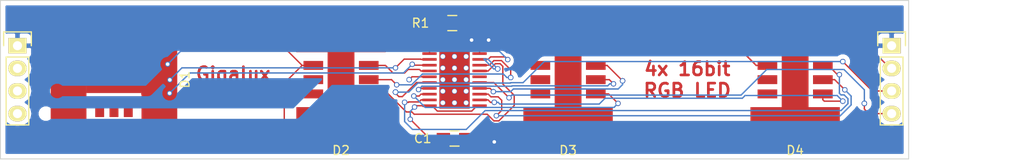
<source format=kicad_pcb>
(kicad_pcb (version 4) (host pcbnew "(2015-07-02 BZR 5871)-product")

  (general
    (links 29)
    (no_connects 28)
    (area 75.719999 82.265 194.69 102.0325)
    (thickness 1.6)
    (drawings 7)
    (tracks 262)
    (zones 0)
    (modules 9)
    (nets 20)
  )

  (page A4)
  (layers
    (0 F.Cu signal)
    (31 B.Cu signal)
    (32 B.Adhes user)
    (33 F.Adhes user)
    (34 B.Paste user)
    (35 F.Paste user)
    (36 B.SilkS user)
    (37 F.SilkS user)
    (38 B.Mask user)
    (39 F.Mask user)
    (40 Dwgs.User user)
    (41 Cmts.User user)
    (42 Eco1.User user)
    (43 Eco2.User user)
    (44 Edge.Cuts user)
    (45 Margin user)
    (46 B.CrtYd user)
    (47 F.CrtYd user)
    (48 B.Fab user)
    (49 F.Fab user)
  )

  (setup
    (last_trace_width 5)
    (user_trace_width 5)
    (trace_clearance 0.2)
    (zone_clearance 0.508)
    (zone_45_only no)
    (trace_min 0.153)
    (segment_width 0.2)
    (edge_width 0.1)
    (via_size 0.6)
    (via_drill 0.4)
    (via_min_size 0.4)
    (via_min_drill 0.3)
    (uvia_size 0.3)
    (uvia_drill 0.1)
    (uvias_allowed no)
    (uvia_min_size 0.2)
    (uvia_min_drill 0.1)
    (pcb_text_width 0.3)
    (pcb_text_size 1.5 1.5)
    (mod_edge_width 0.15)
    (mod_text_size 1 1)
    (mod_text_width 0.15)
    (pad_size 1.5 1.5)
    (pad_drill 0.6)
    (pad_to_mask_clearance 0)
    (aux_axis_origin 0 0)
    (visible_elements FFFFFF7F)
    (pcbplotparams
      (layerselection 0x00030_80000001)
      (usegerberextensions false)
      (excludeedgelayer true)
      (linewidth 0.100000)
      (plotframeref false)
      (viasonmask false)
      (mode 1)
      (useauxorigin false)
      (hpglpennumber 1)
      (hpglpenspeed 20)
      (hpglpendiameter 15)
      (hpglpenoverlay 2)
      (psnegative false)
      (psa4output false)
      (plotreference true)
      (plotvalue true)
      (plotinvisibletext false)
      (padsonsilk false)
      (subtractmaskfromsilk false)
      (outputformat 1)
      (mirror false)
      (drillshape 1)
      (scaleselection 1)
      (outputdirectory ""))
  )

  (net 0 "")
  (net 1 GND)
  (net 2 +5V)
  (net 3 G0)
  (net 4 R0)
  (net 5 B0)
  (net 6 G1)
  (net 7 R1)
  (net 8 B1)
  (net 9 G2)
  (net 10 R2)
  (net 11 B2)
  (net 12 G3)
  (net 13 R3)
  (net 14 B3)
  (net 15 "Net-(R1-Pad1)")
  (net 16 SDTI)
  (net 17 SCKO)
  (net 18 SDTO)
  (net 19 SCKI)

  (net_class Default "This is the default net class."
    (clearance 0.2)
    (trace_width 0.153)
    (via_dia 0.6)
    (via_drill 0.4)
    (uvia_dia 0.3)
    (uvia_drill 0.1)
    (add_net +5V)
    (add_net B0)
    (add_net B1)
    (add_net B2)
    (add_net B3)
    (add_net G0)
    (add_net G1)
    (add_net G2)
    (add_net G3)
    (add_net GND)
    (add_net "Net-(R1-Pad1)")
    (add_net R0)
    (add_net R1)
    (add_net R2)
    (add_net R3)
    (add_net SCKI)
    (add_net SCKO)
    (add_net SDTI)
    (add_net SDTO)
  )

  (net_class +5V ""
    (clearance 0.61)
    (trace_width 5)
    (via_dia 2.5)
    (via_drill 1)
    (uvia_dia 0.3)
    (uvia_drill 0.1)
  )

  (net_class PWR ""
    (clearance 0.61)
    (trace_width 5)
    (via_dia 0.6)
    (via_drill 0.4)
    (uvia_dia 0.3)
    (uvia_drill 0.1)
  )

  (module TLC59711 placed (layer F.Cu) (tedit 559EF011) (tstamp 559ECAF2)
    (at 127 92.71)
    (descr "20-Lead Plastic Thin Shrink Small Outline (ST)-4.4 mm Body [TSSOP] (see Microchip Packaging Specification 00000049BS.pdf)")
    (tags SSOP)
    (path /559B1AEF)
    (attr smd)
    (fp_text reference U1 (at -4.826 4.572) (layer F.SilkS) hide
      (effects (font (size 1 1) (thickness 0.15)))
    )
    (fp_text value TLC5971 (at 0.127 4.5085) (layer F.Fab)
      (effects (font (size 1 1) (thickness 0.15)))
    )
    (fp_line (start -4.064 -3.544) (end -4.064 3.556) (layer F.CrtYd) (width 0.05))
    (fp_line (start 4.064 -3.55) (end 4.064 3.55) (layer F.CrtYd) (width 0.05))
    (fp_line (start -4.064 -3.556) (end 4.064 -3.556) (layer F.CrtYd) (width 0.05))
    (fp_line (start -4.064 3.556) (end 4.064 3.556) (layer F.CrtYd) (width 0.05))
    (pad 1 smd rect (at -2.8 -2.925) (size 1.6 0.3) (layers F.Cu F.Paste F.Mask)
      (net 15 "Net-(R1-Pad1)") (solder_mask_margin 0.07))
    (pad "" smd rect (at 0 0 90) (size 6.5 3.4) (layers F.Cu F.Paste F.Mask)
      (zone_connect 1))
    (pad 2 smd rect (at 2.8 -2.925) (size 1.6 0.3) (layers F.Cu F.Paste F.Mask)
      (net 1 GND) (solder_mask_margin 0.07))
    (pad 3 smd rect (at -2.8 -2.275) (size 1.6 0.3) (layers F.Cu F.Paste F.Mask)
      (net 4 R0) (solder_mask_margin 0.07))
    (pad 4 smd rect (at 2.8 -2.275) (size 1.6 0.3) (layers F.Cu F.Paste F.Mask)
      (net 3 G0) (solder_mask_margin 0.07))
    (pad 5 smd rect (at -2.8 -1.625) (size 1.6 0.3) (layers F.Cu F.Paste F.Mask)
      (net 5 B0) (solder_mask_margin 0.07))
    (pad 6 smd rect (at 2.8 -1.625) (size 1.6 0.3) (layers F.Cu F.Paste F.Mask)
      (net 7 R1) (solder_mask_margin 0.07))
    (pad 7 smd rect (at -2.8 -0.975) (size 1.6 0.3) (layers F.Cu F.Paste F.Mask)
      (net 6 G1) (solder_mask_margin 0.07))
    (pad 8 smd rect (at 2.8 -0.975) (size 1.6 0.3) (layers F.Cu F.Paste F.Mask)
      (net 8 B1) (solder_mask_margin 0.07))
    (pad 9 smd rect (at -2.8 -0.325) (size 1.6 0.3) (layers F.Cu F.Paste F.Mask)
      (net 16 SDTI) (solder_mask_margin 0.07))
    (pad 10 smd rect (at 2.8 -0.325) (size 1.6 0.3) (layers F.Cu F.Paste F.Mask)
      (net 19 SCKI) (solder_mask_margin 0.07))
    (pad 11 smd rect (at -2.8 0.325) (size 1.6 0.3) (layers F.Cu F.Paste F.Mask)
      (net 17 SCKO) (solder_mask_margin 0.07))
    (pad 12 smd rect (at 2.8 0.325) (size 1.6 0.3) (layers F.Cu F.Paste F.Mask)
      (net 18 SDTO) (solder_mask_margin 0.07))
    (pad 13 smd rect (at -2.8 0.975) (size 1.6 0.3) (layers F.Cu F.Paste F.Mask)
      (net 10 R2) (solder_mask_margin 0.07))
    (pad 14 smd rect (at 2.8 0.975) (size 1.6 0.3) (layers F.Cu F.Paste F.Mask)
      (net 9 G2) (solder_mask_margin 0.07))
    (pad 15 smd rect (at -2.8 1.625) (size 1.6 0.3) (layers F.Cu F.Paste F.Mask)
      (net 11 B2) (solder_mask_margin 0.07))
    (pad 16 smd rect (at 2.8 1.625) (size 1.6 0.3) (layers F.Cu F.Paste F.Mask)
      (net 13 R3) (solder_mask_margin 0.07))
    (pad 17 smd rect (at -2.8 2.275) (size 1.6 0.3) (layers F.Cu F.Paste F.Mask)
      (net 12 G3) (solder_mask_margin 0.07))
    (pad 18 smd rect (at 2.8 2.275) (size 1.6 0.3) (layers F.Cu F.Paste F.Mask)
      (net 14 B3) (solder_mask_margin 0.07))
    (pad 19 smd rect (at -2.8 2.925) (size 1.6 0.3) (layers F.Cu F.Paste F.Mask)
      (net 2 +5V) (solder_mask_margin 0.07))
    (pad 20 smd rect (at 2.8 2.925) (size 1.6 0.3) (layers F.Cu F.Paste F.Mask)
      (net 2 +5V) (solder_mask_margin 0.07))
    (pad 22 smd rect (at 0 2.286) (size 3.4 1.535) (layers F.Mask))
    (pad 23 smd rect (at 0 -2.286) (size 3.4 1.535) (layers F.Mask))
    (pad 24 smd rect (at -1.33858 -0.00508) (size 0.325 3.43) (layers F.Mask))
    (pad 25 smd rect (at 1.33604 0) (size 0.325 3.43) (layers F.Mask))
    (pad "" thru_hole circle (at -1.3081 -2.6035) (size 0.6 0.6) (drill 0.5) (layers *.Cu))
    (pad "" thru_hole circle (at -0.0081 -2.6035) (size 0.6 0.6) (drill 0.5) (layers *.Cu))
    (pad "" thru_hole circle (at 1.2919 -2.6035) (size 0.6 0.6) (drill 0.5) (layers *.Cu))
    (pad "" thru_hole circle (at -1.3081 -1.3035) (size 0.6 0.6) (drill 0.5) (layers *.Cu))
    (pad "" thru_hole circle (at -0.0081 -1.3035) (size 0.6 0.6) (drill 0.5) (layers *.Cu))
    (pad "" thru_hole circle (at 1.2919 -1.3035) (size 0.6 0.6) (drill 0.5) (layers *.Cu))
    (pad "" thru_hole circle (at -1.3081 -0.0035) (size 0.6 0.6) (drill 0.5) (layers *.Cu))
    (pad "" thru_hole circle (at -0.0081 -0.0035) (size 0.6 0.6) (drill 0.5) (layers *.Cu))
    (pad "" thru_hole circle (at 1.2919 -0.0035) (size 0.6 0.6) (drill 0.5) (layers *.Cu))
    (pad "" thru_hole circle (at -1.3081 1.2965) (size 0.6 0.6) (drill 0.5) (layers *.Cu))
    (pad "" thru_hole circle (at -0.0081 1.2965) (size 0.6 0.6) (drill 0.5) (layers *.Cu))
    (pad "" thru_hole circle (at 1.2919 1.2965) (size 0.6 0.6) (drill 0.5) (layers *.Cu))
    (pad "" thru_hole circle (at -1.3081 2.5965) (size 0.6 0.6) (drill 0.5) (layers *.Cu))
    (pad "" thru_hole circle (at -0.0081 2.5965) (size 0.6 0.6) (drill 0.5) (layers *.Cu))
    (pad "" thru_hole circle (at 1.2919 2.5965) (size 0.6 0.6) (drill 0.5) (layers *.Cu))
    (model Housings_SSOP.3dshapes/TSSOP-20_4.4x6.5mm_Pitch0.65mm.wrl
      (at (xyz 0 0 0))
      (scale (xyz 1 1 1))
      (rotate (xyz 0 0 0))
    )
  )

  (module Pin_Headers:Pin_Header_Straight_1x04 (layer F.Cu) (tedit 559EED51) (tstamp 559EDE40)
    (at 175.895 88.9)
    (descr "Through hole pin header")
    (tags "pin header")
    (path /559ED7D7)
    (fp_text reference P2 (at 0 -5.1) (layer F.SilkS) hide
      (effects (font (size 1 1) (thickness 0.15)))
    )
    (fp_text value OUT (at 0 -3.1) (layer F.Fab)
      (effects (font (size 1 1) (thickness 0.15)))
    )
    (fp_line (start -1.75 -1.75) (end -1.75 9.4) (layer F.CrtYd) (width 0.05))
    (fp_line (start 1.75 -1.75) (end 1.75 9.4) (layer F.CrtYd) (width 0.05))
    (fp_line (start -1.75 -1.75) (end 1.75 -1.75) (layer F.CrtYd) (width 0.05))
    (fp_line (start -1.75 9.4) (end 1.75 9.4) (layer F.CrtYd) (width 0.05))
    (fp_line (start -1.27 1.27) (end -1.27 8.89) (layer F.SilkS) (width 0.15))
    (fp_line (start 1.27 1.27) (end 1.27 8.89) (layer F.SilkS) (width 0.15))
    (fp_line (start 1.55 -1.55) (end 1.55 0) (layer F.SilkS) (width 0.15))
    (fp_line (start -1.27 8.89) (end 1.27 8.89) (layer F.SilkS) (width 0.15))
    (fp_line (start 1.27 1.27) (end -1.27 1.27) (layer F.SilkS) (width 0.15))
    (fp_line (start -1.55 0) (end -1.55 -1.55) (layer F.SilkS) (width 0.15))
    (fp_line (start -1.55 -1.55) (end 1.55 -1.55) (layer F.SilkS) (width 0.15))
    (pad 1 thru_hole rect (at 0 0) (size 2.032 1.7272) (drill 1.016) (layers *.Cu *.Mask F.SilkS)
      (net 1 GND))
    (pad 2 thru_hole oval (at 0 2.54) (size 2.032 1.7272) (drill 1.016) (layers *.Cu *.Mask F.SilkS)
      (net 2 +5V))
    (pad 3 thru_hole oval (at 0 5.08) (size 2.032 1.7272) (drill 1.016) (layers *.Cu *.Mask F.SilkS)
      (net 17 SCKO))
    (pad 4 thru_hole oval (at 0 7.62) (size 2.032 1.7272) (drill 1.016) (layers *.Cu *.Mask F.SilkS)
      (net 18 SDTO))
    (model Pin_Headers.3dshapes/Pin_Header_Straight_1x04.wrl
      (at (xyz 0 -0.15 0))
      (scale (xyz 1 1 1))
      (rotate (xyz 0 0 90))
    )
  )

  (module Capacitors_SMD:C_0805_HandSoldering placed (layer F.Cu) (tedit 559EEDC0) (tstamp 559ECA9B)
    (at 127 99.314 180)
    (descr "Capacitor SMD 0805, hand soldering")
    (tags "capacitor 0805")
    (path /559C354A)
    (attr smd)
    (fp_text reference C1 (at 3.556 0 180) (layer F.SilkS)
      (effects (font (size 1 1) (thickness 0.15)))
    )
    (fp_text value C (at -5.334 0 180) (layer F.Fab) hide
      (effects (font (size 1 1) (thickness 0.15)))
    )
    (fp_line (start -2.3 -1) (end 2.3 -1) (layer F.CrtYd) (width 0.05))
    (fp_line (start -2.3 1) (end 2.3 1) (layer F.CrtYd) (width 0.05))
    (fp_line (start -2.3 -1) (end -2.3 1) (layer F.CrtYd) (width 0.05))
    (fp_line (start 2.3 -1) (end 2.3 1) (layer F.CrtYd) (width 0.05))
    (fp_line (start 0.5 -0.85) (end -0.5 -0.85) (layer F.SilkS) (width 0.15))
    (fp_line (start -0.5 0.85) (end 0.5 0.85) (layer F.SilkS) (width 0.15))
    (pad 1 smd rect (at -1.25 0 180) (size 1.5 1.25) (layers F.Cu F.Paste F.Mask)
      (net 1 GND))
    (pad 2 smd rect (at 1.25 0 180) (size 1.5 1.25) (layers F.Cu F.Paste F.Mask)
      (net 2 +5V))
    (model Capacitors_SMD.3dshapes/C_0805_HandSoldering.wrl
      (at (xyz 0 0 0))
      (scale (xyz 1 1 1))
      (rotate (xyz 0 0 0))
    )
  )

  (module Capacitors_SMD:C_0805_HandSoldering placed (layer F.Cu) (tedit 559EEDBD) (tstamp 559ECAD5)
    (at 126.746 86.36)
    (descr "Capacitor SMD 0805, hand soldering")
    (tags "capacitor 0805")
    (path /559B709F)
    (attr smd)
    (fp_text reference R1 (at -3.556 0) (layer F.SilkS)
      (effects (font (size 1 1) (thickness 0.15)))
    )
    (fp_text value Resistor (at 0.508 2.032) (layer F.Fab) hide
      (effects (font (size 1 1) (thickness 0.15)))
    )
    (fp_line (start -2.3 -1) (end 2.3 -1) (layer F.CrtYd) (width 0.05))
    (fp_line (start -2.3 1) (end 2.3 1) (layer F.CrtYd) (width 0.05))
    (fp_line (start -2.3 -1) (end -2.3 1) (layer F.CrtYd) (width 0.05))
    (fp_line (start 2.3 -1) (end 2.3 1) (layer F.CrtYd) (width 0.05))
    (fp_line (start 0.5 -0.85) (end -0.5 -0.85) (layer F.SilkS) (width 0.15))
    (fp_line (start -0.5 0.85) (end 0.5 0.85) (layer F.SilkS) (width 0.15))
    (pad 1 smd rect (at -1.25 0) (size 1.5 1.25) (layers F.Cu F.Paste F.Mask)
      (net 15 "Net-(R1-Pad1)"))
    (pad 2 smd rect (at 1.25 0) (size 1.5 1.25) (layers F.Cu F.Paste F.Mask)
      (net 1 GND))
    (model Capacitors_SMD.3dshapes/C_0805_HandSoldering.wrl
      (at (xyz 0 0 0))
      (scale (xyz 1 1 1))
      (rotate (xyz 0 0 0))
    )
  )

  (module Zetaohm:AAAF5051-04 placed (layer F.Cu) (tedit 559ED518) (tstamp 559EDAE2)
    (at 88.9 92.71 90)
    (path /559B606A)
    (fp_text reference D1 (at 0 7.9375 90) (layer F.SilkS)
      (effects (font (size 1 1) (thickness 0.15)))
    )
    (fp_text value AAAF5051-04 (at 0.0635 -7.8105 90) (layer F.Fab)
      (effects (font (size 1 1) (thickness 0.15)))
    )
    (pad 4 smd rect (at -3.0988 -1.6002 90) (size 2.2 1) (layers F.Cu F.Paste F.Mask)
      (net 2 +5V))
    (pad 3 smd rect (at 3.1012 -1.6002 90) (size 2.2 1) (layers F.Cu F.Paste F.Mask)
      (net 3 G0))
    (pad 5 smd rect (at -3.0988 -0.0002 90) (size 2.2 1) (layers F.Cu F.Paste F.Mask))
    (pad 2 smd rect (at 3.1012 -0.0002 90) (size 2.2 1) (layers F.Cu F.Paste F.Mask)
      (net 4 R0))
    (pad 6 smd rect (at -3.0988 1.5998 90) (size 2.2 1) (layers F.Cu F.Paste F.Mask))
    (pad 1 smd rect (at 3.1012 1.5998 90) (size 2.2 1) (layers F.Cu F.Paste F.Mask)
      (net 5 B0))
    (pad "" smd rect (at 0 0 90) (size 3 6.2) (layers F.Cu F.Paste)
      (zone_connect 1))
    (pad "" smd rect (at 0 -5.08 180) (size 4 10) (layers F.Cu F.Paste)
      (zone_connect 1))
    (pad "" smd rect (at 0 5.08 180) (size 4 10) (layers F.Cu F.Paste)
      (zone_connect 1))
    (pad "" smd rect (at 0 -5.08 90) (size 10 4) (layers F.Mask))
    (pad "" smd rect (at 0 5.08 90) (size 10 4) (layers F.Mask))
    (pad "" smd rect (at 0 -2.54 90) (size 3 1) (layers F.Mask)
      (solder_mask_margin 0.05))
    (pad "" smd rect (at 0 2.54 90) (size 3 1) (layers F.Mask)
      (solder_mask_margin 0.05))
  )

  (module Zetaohm:AAAF5051-04 placed (layer F.Cu) (tedit 559ED518) (tstamp 559EDB15)
    (at 165.1 92.71)
    (path /559B81FF)
    (fp_text reference D4 (at 0 7.9375) (layer F.SilkS)
      (effects (font (size 1 1) (thickness 0.15)))
    )
    (fp_text value AAAF5051-04 (at 0.0635 -7.8105) (layer F.Fab)
      (effects (font (size 1 1) (thickness 0.15)))
    )
    (pad 4 smd rect (at -3.0988 -1.6002) (size 2.2 1) (layers F.Cu F.Paste F.Mask)
      (net 2 +5V))
    (pad 3 smd rect (at 3.1012 -1.6002) (size 2.2 1) (layers F.Cu F.Paste F.Mask)
      (net 12 G3))
    (pad 5 smd rect (at -3.0988 -0.0002) (size 2.2 1) (layers F.Cu F.Paste F.Mask))
    (pad 2 smd rect (at 3.1012 -0.0002) (size 2.2 1) (layers F.Cu F.Paste F.Mask)
      (net 13 R3))
    (pad 6 smd rect (at -3.0988 1.5998) (size 2.2 1) (layers F.Cu F.Paste F.Mask))
    (pad 1 smd rect (at 3.1012 1.5998) (size 2.2 1) (layers F.Cu F.Paste F.Mask)
      (net 14 B3))
    (pad "" smd rect (at 0 0) (size 3 6.2) (layers F.Cu F.Paste)
      (zone_connect 1))
    (pad "" smd rect (at 0 -5.08 90) (size 4 10) (layers F.Cu F.Paste)
      (zone_connect 1))
    (pad "" smd rect (at 0 5.08 90) (size 4 10) (layers F.Cu F.Paste)
      (zone_connect 1))
    (pad "" smd rect (at 0 -5.08) (size 10 4) (layers F.Mask))
    (pad "" smd rect (at 0 5.08) (size 10 4) (layers F.Mask))
    (pad "" smd rect (at 0 -2.54) (size 3 1) (layers F.Mask)
      (solder_mask_margin 0.05))
    (pad "" smd rect (at 0 2.54) (size 3 1) (layers F.Mask)
      (solder_mask_margin 0.05))
  )

  (module Zetaohm:AAAF5051-04 placed (layer F.Cu) (tedit 559ED518) (tstamp 559EDAF3)
    (at 114.3 92.71)
    (path /559B812F)
    (fp_text reference D2 (at 0 7.9375) (layer F.SilkS)
      (effects (font (size 1 1) (thickness 0.15)))
    )
    (fp_text value AAAF5051-04 (at 0.0635 -7.8105) (layer F.Fab)
      (effects (font (size 1 1) (thickness 0.15)))
    )
    (pad 4 smd rect (at -3.0988 -1.6002) (size 2.2 1) (layers F.Cu F.Paste F.Mask)
      (net 2 +5V))
    (pad 3 smd rect (at 3.1012 -1.6002) (size 2.2 1) (layers F.Cu F.Paste F.Mask)
      (net 6 G1))
    (pad 5 smd rect (at -3.0988 -0.0002) (size 2.2 1) (layers F.Cu F.Paste F.Mask))
    (pad 2 smd rect (at 3.1012 -0.0002) (size 2.2 1) (layers F.Cu F.Paste F.Mask)
      (net 7 R1))
    (pad 6 smd rect (at -3.0988 1.5998) (size 2.2 1) (layers F.Cu F.Paste F.Mask))
    (pad 1 smd rect (at 3.1012 1.5998) (size 2.2 1) (layers F.Cu F.Paste F.Mask)
      (net 8 B1))
    (pad "" smd rect (at 0 0) (size 3 6.2) (layers F.Cu F.Paste)
      (zone_connect 1))
    (pad "" smd rect (at 0 -5.08 90) (size 4 10) (layers F.Cu F.Paste)
      (zone_connect 1))
    (pad "" smd rect (at 0 5.08 90) (size 4 10) (layers F.Cu F.Paste)
      (zone_connect 1))
    (pad "" smd rect (at 0 -5.08) (size 10 4) (layers F.Mask))
    (pad "" smd rect (at 0 5.08) (size 10 4) (layers F.Mask))
    (pad "" smd rect (at 0 -2.54) (size 3 1) (layers F.Mask)
      (solder_mask_margin 0.05))
    (pad "" smd rect (at 0 2.54) (size 3 1) (layers F.Mask)
      (solder_mask_margin 0.05))
  )

  (module Zetaohm:AAAF5051-04 placed (layer F.Cu) (tedit 559ED518) (tstamp 559EDB04)
    (at 139.7 92.71)
    (path /559B81DD)
    (fp_text reference D3 (at 0 7.9375) (layer F.SilkS)
      (effects (font (size 1 1) (thickness 0.15)))
    )
    (fp_text value AAAF5051-04 (at 0.0635 -7.8105) (layer F.Fab)
      (effects (font (size 1 1) (thickness 0.15)))
    )
    (pad 4 smd rect (at -3.0988 -1.6002) (size 2.2 1) (layers F.Cu F.Paste F.Mask)
      (net 2 +5V))
    (pad 3 smd rect (at 3.1012 -1.6002) (size 2.2 1) (layers F.Cu F.Paste F.Mask)
      (net 9 G2))
    (pad 5 smd rect (at -3.0988 -0.0002) (size 2.2 1) (layers F.Cu F.Paste F.Mask))
    (pad 2 smd rect (at 3.1012 -0.0002) (size 2.2 1) (layers F.Cu F.Paste F.Mask)
      (net 10 R2))
    (pad 6 smd rect (at -3.0988 1.5998) (size 2.2 1) (layers F.Cu F.Paste F.Mask))
    (pad 1 smd rect (at 3.1012 1.5998) (size 2.2 1) (layers F.Cu F.Paste F.Mask)
      (net 11 B2))
    (pad "" smd rect (at 0 0) (size 3 6.2) (layers F.Cu F.Paste)
      (zone_connect 1))
    (pad "" smd rect (at 0 -5.08 90) (size 4 10) (layers F.Cu F.Paste)
      (zone_connect 1))
    (pad "" smd rect (at 0 5.08 90) (size 4 10) (layers F.Cu F.Paste)
      (zone_connect 1))
    (pad "" smd rect (at 0 -5.08) (size 10 4) (layers F.Mask))
    (pad "" smd rect (at 0 5.08) (size 10 4) (layers F.Mask))
    (pad "" smd rect (at 0 -2.54) (size 3 1) (layers F.Mask)
      (solder_mask_margin 0.05))
    (pad "" smd rect (at 0 2.54) (size 3 1) (layers F.Mask)
      (solder_mask_margin 0.05))
  )

  (module Pin_Headers:Pin_Header_Straight_1x04 (layer F.Cu) (tedit 559EED57) (tstamp 559EDE38)
    (at 78.105 88.9)
    (descr "Through hole pin header")
    (tags "pin header")
    (path /559EEDE5)
    (fp_text reference P1 (at 0 -5.1) (layer F.SilkS) hide
      (effects (font (size 1 1) (thickness 0.15)))
    )
    (fp_text value IN (at 0 -2.54) (layer F.Fab)
      (effects (font (size 1 1) (thickness 0.15)))
    )
    (fp_line (start -1.75 -1.75) (end -1.75 9.4) (layer F.CrtYd) (width 0.05))
    (fp_line (start 1.75 -1.75) (end 1.75 9.4) (layer F.CrtYd) (width 0.05))
    (fp_line (start -1.75 -1.75) (end 1.75 -1.75) (layer F.CrtYd) (width 0.05))
    (fp_line (start -1.75 9.4) (end 1.75 9.4) (layer F.CrtYd) (width 0.05))
    (fp_line (start -1.27 1.27) (end -1.27 8.89) (layer F.SilkS) (width 0.15))
    (fp_line (start 1.27 1.27) (end 1.27 8.89) (layer F.SilkS) (width 0.15))
    (fp_line (start 1.55 -1.55) (end 1.55 0) (layer F.SilkS) (width 0.15))
    (fp_line (start -1.27 8.89) (end 1.27 8.89) (layer F.SilkS) (width 0.15))
    (fp_line (start 1.27 1.27) (end -1.27 1.27) (layer F.SilkS) (width 0.15))
    (fp_line (start -1.55 0) (end -1.55 -1.55) (layer F.SilkS) (width 0.15))
    (fp_line (start -1.55 -1.55) (end 1.55 -1.55) (layer F.SilkS) (width 0.15))
    (pad 1 thru_hole rect (at 0 0) (size 2.032 1.7272) (drill 1.016) (layers *.Cu *.Mask F.SilkS)
      (net 1 GND))
    (pad 2 thru_hole oval (at 0 2.54) (size 2.032 1.7272) (drill 1.016) (layers *.Cu *.Mask F.SilkS)
      (net 2 +5V))
    (pad 3 thru_hole oval (at 0 5.08) (size 2.032 1.7272) (drill 1.016) (layers *.Cu *.Mask F.SilkS)
      (net 19 SCKI))
    (pad 4 thru_hole oval (at 0 7.62) (size 2.032 1.7272) (drill 1.016) (layers *.Cu *.Mask F.SilkS)
      (net 16 SDTI))
    (model Pin_Headers.3dshapes/Pin_Header_Straight_1x04.wrl
      (at (xyz 0 -0.15 0))
      (scale (xyz 1 1 1))
      (rotate (xyz 0 0 90))
    )
  )

  (dimension 17.145 (width 0.3) (layer B.Paste)
    (gr_text "17.145 mm" (at 188.04 93.0275 270) (layer B.Paste)
      (effects (font (size 1.5 1.5) (thickness 0.3)))
    )
    (feature1 (pts (xy 177.8 101.6) (xy 189.39 101.6)))
    (feature2 (pts (xy 177.8 84.455) (xy 189.39 84.455)))
    (crossbar (pts (xy 186.69 84.455) (xy 186.69 101.6)))
    (arrow1a (pts (xy 186.69 101.6) (xy 186.103579 100.473496)))
    (arrow1b (pts (xy 186.69 101.6) (xy 187.276421 100.473496)))
    (arrow2a (pts (xy 186.69 84.455) (xy 186.103579 85.581504)))
    (arrow2b (pts (xy 186.69 84.455) (xy 187.276421 85.581504)))
  )
  (gr_text "4x 16bit\nRGB LED" (at 153.035 92.71) (layer F.Cu)
    (effects (font (size 1.5 1.5) (thickness 0.3)))
  )
  (gr_text "Gigalux\n" (at 102.235 92.075) (layer F.Cu)
    (effects (font (size 1.5 1.5) (thickness 0.3)))
  )
  (gr_line (start 76.2 83.82) (end 76.2 101.6) (angle 90) (layer Edge.Cuts) (width 0.1) (tstamp 559ECC5A))
  (gr_line (start 76.2 101.6) (end 177.8 101.6) (angle 90) (layer Edge.Cuts) (width 0.1) (tstamp 559ECC4D))
  (gr_line (start 177.8 83.82) (end 177.8 101.6) (angle 90) (layer Edge.Cuts) (width 0.1))
  (gr_line (start 76.2 83.82) (end 177.8 83.82) (angle 90) (layer Edge.Cuts) (width 0.1))

  (segment (start 131.826 91.498476) (end 131.826 91.498474) (width 0.153) (layer F.Cu) (net 0))
  (segment (start 130.734751 90.407223) (end 131.826 91.498472) (width 0.153) (layer B.Cu) (net 0))
  (segment (start 130.285223 90.407223) (end 131.376476 91.498476) (width 0.153) (layer B.Cu) (net 0))
  (via (at 131.826 91.498474) (size 0.6) (drill 0.4) (layers F.Cu B.Cu) (net 0))
  (segment (start 131.376476 91.498476) (end 131.826 91.498476) (width 0.153) (layer B.Cu) (net 0))
  (segment (start 130.285223 90.407223) (end 130.734751 90.407223) (width 0.153) (layer B.Cu) (net 0))
  (segment (start 131.826 91.498474) (end 131.826 91.498472) (width 0.153) (layer F.Cu) (net 0))
  (via (at 131.826 91.498472) (size 0.6) (drill 0.4) (layers F.Cu B.Cu) (net 0))
  (via (at 131.826 91.498476) (size 0.6) (drill 0.4) (layers F.Cu B.Cu) (net 0))
  (segment (start 128.25 99.314) (end 131.064 99.314) (width 0.153) (layer F.Cu) (net 1) (status 10))
  (segment (start 131.064 99.314) (end 131.445 99.695) (width 0.153) (layer F.Cu) (net 1))
  (via (at 131.445 99.695) (size 0.6) (drill 0.4) (layers F.Cu B.Cu) (net 1))
  (segment (start 127.996 86.36) (end 127.996 87.356) (width 0.153) (layer F.Cu) (net 1) (status 10))
  (segment (start 127.996 87.356) (end 128.905 88.265) (width 0.153) (layer F.Cu) (net 1))
  (via (at 128.905 88.265) (size 0.6) (drill 0.4) (layers F.Cu B.Cu) (net 1))
  (segment (start 129.8 89.785) (end 129.8 89.275) (width 0.153) (layer F.Cu) (net 1) (status 10))
  (segment (start 129.8 89.275) (end 130.81 88.265) (width 0.153) (layer F.Cu) (net 1))
  (via (at 130.81 88.265) (size 0.6) (drill 0.4) (layers F.Cu B.Cu) (net 1))
  (segment (start 160.7482 91.1098) (end 158.496 88.8576) (width 0.153) (layer F.Cu) (net 2))
  (segment (start 158.496 88.8576) (end 158.496 86.736298) (width 0.153) (layer F.Cu) (net 2))
  (segment (start 158.496 86.736298) (end 159.878799 85.353499) (width 0.153) (layer F.Cu) (net 2))
  (segment (start 159.878799 85.353499) (end 170.321201 85.353499) (width 0.153) (layer F.Cu) (net 2))
  (segment (start 170.321201 85.353499) (end 172.085 87.117298) (width 0.153) (layer F.Cu) (net 2))
  (segment (start 172.085 87.117298) (end 172.085 87.7824) (width 0.153) (layer F.Cu) (net 2))
  (segment (start 172.085 87.7824) (end 175.7426 91.44) (width 0.153) (layer F.Cu) (net 2) (status 20))
  (segment (start 175.7426 91.44) (end 175.895 91.44) (width 0.153) (layer F.Cu) (net 2) (status 30))
  (segment (start 175.7426 91.694) (end 175.895 91.694) (width 0.153) (layer F.Cu) (net 2) (status 30))
  (segment (start 122.047 96.262727) (end 122.524708 95.785019) (width 0.153) (layer B.Cu) (net 2))
  (segment (start 124.2 95.635) (end 122.674727 95.635) (width 0.153) (layer F.Cu) (net 2) (status 10))
  (segment (start 122.047 97.155) (end 122.047 96.262727) (width 0.153) (layer B.Cu) (net 2))
  (via (at 122.524708 95.785019) (size 0.6) (drill 0.4) (layers F.Cu B.Cu) (net 2))
  (segment (start 122.674727 95.635) (end 122.524708 95.785019) (width 0.153) (layer F.Cu) (net 2))
  (segment (start 109.9482 91.1098) (end 107.95 93.108) (width 0.153) (layer F.Cu) (net 2))
  (segment (start 107.95 93.108) (end 107.95 98.937702) (width 0.153) (layer F.Cu) (net 2))
  (segment (start 107.95 98.937702) (end 109.078799 100.066501) (width 0.153) (layer F.Cu) (net 2))
  (segment (start 109.078799 100.066501) (end 124.094499 100.066501) (width 0.153) (layer F.Cu) (net 2))
  (segment (start 124.094499 100.066501) (end 124.847 99.314) (width 0.153) (layer F.Cu) (net 2))
  (segment (start 124.847 99.314) (end 125.75 99.314) (width 0.153) (layer F.Cu) (net 2) (status 20))
  (segment (start 111.2012 91.1098) (end 109.9482 91.1098) (width 0.153) (layer F.Cu) (net 2) (status 10))
  (segment (start 125.078799 96.236501) (end 124.477298 95.635) (width 0.153) (layer F.Cu) (net 2) (status 20))
  (segment (start 129.522702 95.635) (end 128.921201 96.236501) (width 0.153) (layer F.Cu) (net 2) (status 10))
  (segment (start 129.8 95.635) (end 129.522702 95.635) (width 0.153) (layer F.Cu) (net 2) (status 30))
  (segment (start 128.921201 96.236501) (end 125.078799 96.236501) (width 0.153) (layer F.Cu) (net 2))
  (segment (start 124.477298 95.635) (end 124.2 95.635) (width 0.153) (layer F.Cu) (net 2) (status 30))
  (segment (start 125.75 99.314) (end 124.206 99.314) (width 0.153) (layer F.Cu) (net 2) (status 10))
  (segment (start 124.206 99.314) (end 122.047 97.155) (width 0.153) (layer F.Cu) (net 2))
  (via (at 122.047 97.155) (size 0.6) (drill 0.4) (layers F.Cu B.Cu) (net 2))
  (segment (start 135.3482 91.1098) (end 133.223 88.9846) (width 0.153) (layer F.Cu) (net 2))
  (segment (start 133.223 88.9846) (end 133.223 86.609298) (width 0.153) (layer F.Cu) (net 2))
  (segment (start 133.223 86.609298) (end 134.478799 85.353499) (width 0.153) (layer F.Cu) (net 2))
  (segment (start 134.478799 85.353499) (end 154.991899 85.353499) (width 0.153) (layer F.Cu) (net 2))
  (segment (start 154.991899 85.353499) (end 160.7482 91.1098) (width 0.153) (layer F.Cu) (net 2))
  (segment (start 109.9482 91.1098) (end 107.95 89.1116) (width 0.153) (layer F.Cu) (net 2))
  (segment (start 129.591899 85.353499) (end 135.3482 91.1098) (width 0.153) (layer F.Cu) (net 2))
  (segment (start 107.95 89.1116) (end 107.95 86.482298) (width 0.153) (layer F.Cu) (net 2))
  (segment (start 107.95 86.482298) (end 109.078799 85.353499) (width 0.153) (layer F.Cu) (net 2))
  (segment (start 109.078799 85.353499) (end 129.591899 85.353499) (width 0.153) (layer F.Cu) (net 2))
  (segment (start 136.6012 91.1098) (end 135.3482 91.1098) (width 0.153) (layer F.Cu) (net 2) (status 10))
  (segment (start 160.7482 91.1098) (end 162.0012 91.1098) (width 0.153) (layer F.Cu) (net 2) (status 20))
  (segment (start 78.2574 91.44) (end 78.105 91.44) (width 0.153) (layer F.Cu) (net 2) (status 30))
  (segment (start 94.903925 90.970753) (end 96.344679 89.529999) (width 0.153) (layer B.Cu) (net 3))
  (segment (start 96.344679 89.529999) (end 132.025294 89.529999) (width 0.153) (layer B.Cu) (net 3))
  (segment (start 132.025294 89.529999) (end 132.949252 90.453957) (width 0.153) (layer B.Cu) (net 3))
  (segment (start 131.034042 90.153958) (end 132.649253 90.153958) (width 0.153) (layer F.Cu) (net 3))
  (segment (start 132.649253 90.153958) (end 132.949252 90.453957) (width 0.153) (layer F.Cu) (net 3))
  (segment (start 130.753 90.435) (end 131.034042 90.153958) (width 0.153) (layer F.Cu) (net 3))
  (via (at 132.949252 90.453957) (size 0.6) (drill 0.4) (layers F.Cu B.Cu) (net 3))
  (segment (start 129.8 90.435) (end 130.753 90.435) (width 0.153) (layer F.Cu) (net 3) (status 10))
  (segment (start 94.764878 91.1098) (end 94.903925 90.970753) (width 0.153) (layer F.Cu) (net 3))
  (segment (start 92.0012 91.1098) (end 94.764878 91.1098) (width 0.153) (layer F.Cu) (net 3) (status 10))
  (via (at 94.903925 90.970753) (size 0.6) (drill 0.4) (layers F.Cu B.Cu) (net 3))
  (segment (start 121.366472 90.407223) (end 120.392173 91.381522) (width 0.153) (layer F.Cu) (net 4))
  (segment (start 124.2 90.435) (end 123.247 90.435) (width 0.153) (layer F.Cu) (net 4) (status 10))
  (segment (start 123.219223 90.407223) (end 121.366472 90.407223) (width 0.153) (layer F.Cu) (net 4))
  (segment (start 123.247 90.435) (end 123.219223 90.407223) (width 0.153) (layer F.Cu) (net 4))
  (segment (start 96.5048 91.381522) (end 95.149661 92.736661) (width 0.153) (layer B.Cu) (net 4))
  (segment (start 120.392173 91.381522) (end 96.5048 91.381522) (width 0.153) (layer B.Cu) (net 4))
  (segment (start 95.1228 92.7098) (end 95.149661 92.736661) (width 0.153) (layer F.Cu) (net 4))
  (via (at 95.149661 92.736661) (size 0.6) (drill 0.4) (layers F.Cu B.Cu) (net 4))
  (segment (start 92.0012 92.7098) (end 95.1228 92.7098) (width 0.153) (layer F.Cu) (net 4) (status 10))
  (via (at 120.392173 91.381522) (size 0.6) (drill 0.4) (layers F.Cu B.Cu) (net 4))
  (segment (start 124.2 91.085) (end 122.367072 91.085) (width 0.153) (layer F.Cu) (net 5) (status 10))
  (segment (start 122.367072 91.085) (end 122.265796 90.983724) (width 0.153) (layer F.Cu) (net 5))
  (segment (start 121.291497 91.958023) (end 122.265796 90.983724) (width 0.153) (layer B.Cu) (net 5))
  (segment (start 97.398977 91.958023) (end 121.291497 91.958023) (width 0.153) (layer B.Cu) (net 5))
  (segment (start 95.123 94.234) (end 97.398977 91.958023) (width 0.153) (layer B.Cu) (net 5))
  (via (at 122.265796 90.983724) (size 0.6) (drill 0.4) (layers F.Cu B.Cu) (net 5))
  (segment (start 92.0012 94.3098) (end 95.0472 94.3098) (width 0.153) (layer F.Cu) (net 5) (status 10))
  (segment (start 95.0472 94.3098) (end 95.123 94.234) (width 0.153) (layer F.Cu) (net 5))
  (via (at 95.123 94.234) (size 0.6) (drill 0.4) (layers F.Cu B.Cu) (net 5))
  (segment (start 121.810044 91.560244) (end 123.072244 91.560244) (width 0.153) (layer F.Cu) (net 6))
  (segment (start 123.247 91.735) (end 124.2 91.735) (width 0.153) (layer F.Cu) (net 6) (status 20))
  (segment (start 119.267229 91.1098) (end 120.115452 91.958023) (width 0.153) (layer F.Cu) (net 6))
  (segment (start 117.4012 91.1098) (end 119.267229 91.1098) (width 0.153) (layer F.Cu) (net 6) (status 10))
  (segment (start 121.412265 91.958023) (end 121.810044 91.560244) (width 0.153) (layer F.Cu) (net 6))
  (segment (start 123.072244 91.560244) (end 123.247 91.735) (width 0.153) (layer F.Cu) (net 6))
  (segment (start 120.115452 91.958023) (end 121.412265 91.958023) (width 0.153) (layer F.Cu) (net 6))
  (segment (start 133.280607 91.600634) (end 133.280607 92.471569) (width 0.153) (layer F.Cu) (net 7))
  (segment (start 132.248942 90.568969) (end 133.280607 91.600634) (width 0.153) (layer F.Cu) (net 7))
  (segment (start 123.408222 92.075) (end 122.196702 93.28652) (width 0.153) (layer B.Cu) (net 7))
  (segment (start 131.403058 90.568969) (end 132.248942 90.568969) (width 0.153) (layer F.Cu) (net 7))
  (segment (start 132.856343 92.471568) (end 132.459775 92.075) (width 0.153) (layer B.Cu) (net 7))
  (segment (start 132.459775 92.075) (end 123.408222 92.075) (width 0.153) (layer B.Cu) (net 7))
  (segment (start 130.887027 91.085) (end 131.403058 90.568969) (width 0.153) (layer F.Cu) (net 7))
  (segment (start 129.8 91.085) (end 130.887027 91.085) (width 0.153) (layer F.Cu) (net 7) (status 10))
  (segment (start 133.280607 92.471568) (end 132.856343 92.471568) (width 0.153) (layer B.Cu) (net 7))
  (segment (start 122.196702 93.28652) (end 120.523 93.28652) (width 0.153) (layer B.Cu) (net 7))
  (segment (start 117.4012 92.7098) (end 119.94628 92.7098) (width 0.153) (layer F.Cu) (net 7) (status 10))
  (via (at 120.523 93.28652) (size 0.6) (drill 0.4) (layers F.Cu B.Cu) (net 7))
  (segment (start 119.94628 92.7098) (end 120.523 93.28652) (width 0.153) (layer F.Cu) (net 7))
  (via (at 133.280607 92.471569) (size 0.6) (drill 0.4) (layers F.Cu B.Cu) (net 7))
  (segment (start 133.280607 92.471569) (end 133.280607 92.471568) (width 0.153) (layer B.Cu) (net 7))
  (via (at 133.280607 92.471568) (size 0.6) (drill 0.4) (layers F.Cu B.Cu) (net 7))
  (segment (start 132.102721 90.921969) (end 131.566031 90.921969) (width 0.153) (layer F.Cu) (net 8))
  (segment (start 132.402501 91.221749) (end 132.102721 90.921969) (width 0.153) (layer F.Cu) (net 8))
  (segment (start 133.672501 94.465279) (end 132.402501 93.195279) (width 0.153) (layer F.Cu) (net 8))
  (segment (start 132.402501 93.195279) (end 132.402501 91.221749) (width 0.153) (layer F.Cu) (net 8))
  (segment (start 131.953145 97.332532) (end 133.672501 95.613176) (width 0.153) (layer F.Cu) (net 8))
  (segment (start 133.672501 95.613176) (end 133.672501 94.465279) (width 0.153) (layer F.Cu) (net 8))
  (segment (start 131.399703 97.332532) (end 131.953145 97.332532) (width 0.153) (layer F.Cu) (net 8))
  (segment (start 130.656682 96.589511) (end 131.399703 97.332532) (width 0.153) (layer F.Cu) (net 8))
  (segment (start 121.607501 96.334501) (end 122.22464 96.334501) (width 0.153) (layer F.Cu) (net 8))
  (segment (start 122.22464 96.334501) (end 122.47965 96.589511) (width 0.153) (layer F.Cu) (net 8))
  (segment (start 122.47965 96.589511) (end 130.656682 96.589511) (width 0.153) (layer F.Cu) (net 8))
  (segment (start 118.6542 93.6568) (end 118.9298 93.6568) (width 0.153) (layer F.Cu) (net 8))
  (segment (start 117.4012 94.3098) (end 118.0012 94.3098) (width 0.153) (layer F.Cu) (net 8) (status 30))
  (segment (start 118.0012 94.3098) (end 118.6542 93.6568) (width 0.153) (layer F.Cu) (net 8) (status 10))
  (segment (start 131.566031 90.921969) (end 130.753 91.735) (width 0.153) (layer F.Cu) (net 8))
  (segment (start 130.753 91.735) (end 129.8 91.735) (width 0.153) (layer F.Cu) (net 8) (status 20))
  (segment (start 118.9298 93.6568) (end 121.607501 96.334501) (width 0.153) (layer F.Cu) (net 8))
  (segment (start 133.282367 94.056402) (end 131.341081 94.056402) (width 0.153) (layer B.Cu) (net 9))
  (segment (start 145.303274 93.75399) (end 133.584779 93.75399) (width 0.153) (layer B.Cu) (net 9))
  (segment (start 145.796 93.261264) (end 145.303274 93.75399) (width 0.153) (layer B.Cu) (net 9))
  (segment (start 133.584779 93.75399) (end 133.282367 94.056402) (width 0.153) (layer B.Cu) (net 9))
  (segment (start 145.796 92.837) (end 145.796 93.261264) (width 0.153) (layer B.Cu) (net 9))
  (segment (start 130.969679 93.685) (end 131.341081 94.056402) (width 0.153) (layer F.Cu) (net 9))
  (via (at 131.341081 94.056402) (size 0.6) (drill 0.4) (layers F.Cu B.Cu) (net 9))
  (segment (start 129.8 93.685) (end 130.969679 93.685) (width 0.153) (layer F.Cu) (net 9) (status 10))
  (via (at 145.796 92.837) (size 0.6) (drill 0.4) (layers F.Cu B.Cu) (net 9))
  (segment (start 142.8012 91.1098) (end 144.0688 91.1098) (width 0.153) (layer F.Cu) (net 9) (status 10))
  (segment (start 144.0688 91.1098) (end 145.796 92.837) (width 0.153) (layer F.Cu) (net 9))
  (via (at 145.796 92.837) (size 0.6) (drill 0.4) (layers F.Cu B.Cu) (net 9))
  (segment (start 123.353765 93.44401) (end 122.973442 93.824333) (width 0.153) (layer B.Cu) (net 10))
  (segment (start 123.112775 93.685) (end 122.973442 93.824333) (width 0.153) (layer F.Cu) (net 10))
  (segment (start 124.2 93.685) (end 123.112775 93.685) (width 0.153) (layer F.Cu) (net 10) (status 10))
  (segment (start 133.395527 93.44401) (end 123.353765 93.44401) (width 0.153) (layer B.Cu) (net 10))
  (segment (start 133.438558 93.40098) (end 133.395527 93.44401) (width 0.153) (layer B.Cu) (net 10))
  (segment (start 144.78 93.17747) (end 144.355736 93.17747) (width 0.153) (layer B.Cu) (net 10))
  (segment (start 144.132226 93.40098) (end 133.438558 93.40098) (width 0.153) (layer B.Cu) (net 10))
  (via (at 122.973442 93.824333) (size 0.6) (drill 0.4) (layers F.Cu B.Cu) (net 10))
  (segment (start 144.355736 93.17747) (end 144.132226 93.40098) (width 0.153) (layer B.Cu) (net 10))
  (segment (start 142.8012 92.7098) (end 144.31233 92.7098) (width 0.153) (layer F.Cu) (net 10) (status 10))
  (via (at 144.78 93.17747) (size 0.6) (drill 0.4) (layers F.Cu B.Cu) (net 10))
  (segment (start 144.31233 92.7098) (end 144.78 93.17747) (width 0.153) (layer F.Cu) (net 10))
  (segment (start 123.035318 94.546682) (end 122.443239 94.546682) (width 0.153) (layer F.Cu) (net 11))
  (segment (start 123.247 94.335) (end 123.035318 94.546682) (width 0.153) (layer F.Cu) (net 11))
  (segment (start 124.2 94.335) (end 123.247 94.335) (width 0.153) (layer F.Cu) (net 11) (status 10))
  (segment (start 144.226269 94.3098) (end 145.288 95.371531) (width 0.153) (layer F.Cu) (net 11))
  (segment (start 144.83303 95.826501) (end 145.288 95.371531) (width 0.153) (layer B.Cu) (net 11))
  (via (at 145.288 95.371531) (size 0.6) (drill 0.4) (layers F.Cu B.Cu) (net 11))
  (segment (start 122.443239 94.546682) (end 123.723058 95.826501) (width 0.153) (layer B.Cu) (net 11))
  (segment (start 123.723058 95.826501) (end 144.83303 95.826501) (width 0.153) (layer B.Cu) (net 11))
  (segment (start 142.8012 94.3098) (end 144.226269 94.3098) (width 0.153) (layer F.Cu) (net 11) (status 10))
  (via (at 122.443239 94.546682) (size 0.6) (drill 0.4) (layers F.Cu B.Cu) (net 11))
  (segment (start 169.83492 92.14352) (end 170.053 92.14352) (width 0.153) (layer F.Cu) (net 12))
  (segment (start 168.2012 91.1098) (end 168.8012 91.1098) (width 0.153) (layer F.Cu) (net 12) (status 30))
  (segment (start 170.053 94.24277) (end 170.053 92.14352) (width 0.153) (layer B.Cu) (net 12))
  (segment (start 170.230711 96.179511) (end 171.010501 95.399721) (width 0.153) (layer B.Cu) (net 12))
  (segment (start 170.583721 94.419499) (end 170.229729 94.419499) (width 0.153) (layer B.Cu) (net 12))
  (segment (start 171.010501 94.846279) (end 170.583721 94.419499) (width 0.153) (layer B.Cu) (net 12))
  (segment (start 171.010501 95.399721) (end 171.010501 94.846279) (width 0.153) (layer B.Cu) (net 12))
  (segment (start 128.305778 98.298) (end 130.424267 96.179511) (width 0.153) (layer B.Cu) (net 12))
  (segment (start 122.301 98.298) (end 128.305778 98.298) (width 0.153) (layer B.Cu) (net 12))
  (segment (start 121.412 97.409) (end 122.301 98.298) (width 0.153) (layer B.Cu) (net 12))
  (segment (start 121.412 95.25) (end 121.412 97.409) (width 0.153) (layer B.Cu) (net 12))
  (segment (start 130.424267 96.179511) (end 170.230711 96.179511) (width 0.153) (layer B.Cu) (net 12))
  (segment (start 168.8012 91.1098) (end 169.83492 92.14352) (width 0.153) (layer F.Cu) (net 12) (status 10))
  (via (at 170.053 92.14352) (size 0.6) (drill 0.4) (layers F.Cu B.Cu) (net 12))
  (segment (start 170.229729 94.419499) (end 170.053 94.24277) (width 0.153) (layer B.Cu) (net 12))
  (segment (start 123.023501 95.208499) (end 123.247 94.985) (width 0.153) (layer F.Cu) (net 12))
  (segment (start 121.836264 95.25) (end 121.877765 95.208499) (width 0.153) (layer F.Cu) (net 12))
  (segment (start 121.877765 95.208499) (end 123.023501 95.208499) (width 0.153) (layer F.Cu) (net 12))
  (segment (start 121.412 95.25) (end 121.836264 95.25) (width 0.153) (layer F.Cu) (net 12))
  (segment (start 123.247 94.985) (end 124.2 94.985) (width 0.153) (layer F.Cu) (net 12) (status 20))
  (via (at 121.412 95.25) (size 0.6) (drill 0.4) (layers F.Cu B.Cu) (net 12))
  (via (at 121.412 95.25) (size 0.6) (drill 0.4) (layers F.Cu B.Cu) (net 12))
  (segment (start 131.879681 94.632903) (end 132.275501 95.028723) (width 0.153) (layer F.Cu) (net 13))
  (segment (start 132.275501 95.028723) (end 132.275501 96.156954) (width 0.153) (layer F.Cu) (net 13))
  (segment (start 130.766457 94.335) (end 131.06436 94.632903) (width 0.153) (layer F.Cu) (net 13))
  (segment (start 129.8 94.335) (end 130.766457 94.335) (width 0.153) (layer F.Cu) (net 13) (status 10))
  (segment (start 132.275501 96.156954) (end 131.676424 96.756031) (width 0.153) (layer F.Cu) (net 13))
  (segment (start 131.06436 94.632903) (end 131.879681 94.632903) (width 0.153) (layer F.Cu) (net 13))
  (segment (start 171.363511 95.545942) (end 171.363511 94.552496) (width 0.153) (layer B.Cu) (net 13))
  (segment (start 170.153422 96.756031) (end 171.363511 95.545942) (width 0.153) (layer B.Cu) (net 13))
  (segment (start 131.676424 96.756031) (end 170.153422 96.756031) (width 0.153) (layer B.Cu) (net 13))
  (segment (start 171.363511 94.552496) (end 170.658919 93.847904) (width 0.153) (layer B.Cu) (net 13))
  (segment (start 169.520815 92.7098) (end 170.658919 93.847904) (width 0.153) (layer F.Cu) (net 13))
  (segment (start 168.2012 92.7098) (end 169.520815 92.7098) (width 0.153) (layer F.Cu) (net 13) (status 10))
  (via (at 170.658919 93.847904) (size 0.6) (drill 0.4) (layers F.Cu B.Cu) (net 13))
  (via (at 131.676424 96.756031) (size 0.6) (drill 0.4) (layers F.Cu B.Cu) (net 13))
  (segment (start 169.799 94.488) (end 170.434 95.123) (width 0.153) (layer B.Cu) (net 14))
  (segment (start 143.837989 94.795011) (end 159.19622 94.795011) (width 0.153) (layer B.Cu) (net 14))
  (segment (start 143.187499 95.445501) (end 143.837989 94.795011) (width 0.153) (layer B.Cu) (net 14))
  (segment (start 132.064765 95.445501) (end 143.187499 95.445501) (width 0.153) (layer B.Cu) (net 14))
  (segment (start 131.869264 95.25) (end 132.064765 95.445501) (width 0.153) (layer B.Cu) (net 14))
  (segment (start 131.445 95.25) (end 131.869264 95.25) (width 0.153) (layer B.Cu) (net 14))
  (segment (start 159.19622 94.795011) (end 159.50323 94.488) (width 0.153) (layer B.Cu) (net 14))
  (segment (start 159.50323 94.488) (end 169.799 94.488) (width 0.153) (layer B.Cu) (net 14))
  (segment (start 131.018 95.25) (end 131.445 95.25) (width 0.153) (layer F.Cu) (net 14))
  (segment (start 129.8 94.985) (end 130.753 94.985) (width 0.153) (layer F.Cu) (net 14) (status 10))
  (segment (start 130.753 94.985) (end 131.018 95.25) (width 0.153) (layer F.Cu) (net 14))
  (segment (start 170.434 95.123) (end 168.3614 95.123) (width 0.153) (layer F.Cu) (net 14))
  (segment (start 168.3614 95.123) (end 168.2012 94.9628) (width 0.153) (layer F.Cu) (net 14))
  (segment (start 168.2012 94.9628) (end 168.2012 94.3098) (width 0.153) (layer F.Cu) (net 14) (status 20))
  (via (at 170.434 95.123) (size 0.6) (drill 0.4) (layers F.Cu B.Cu) (net 14))
  (via (at 170.434 95.123) (size 0.6) (drill 0.4) (layers F.Cu B.Cu) (net 14))
  (via (at 131.445 95.25) (size 0.6) (drill 0.4) (layers F.Cu B.Cu) (net 14))
  (via (at 131.445 95.25) (size 0.6) (drill 0.4) (layers F.Cu B.Cu) (net 14))
  (segment (start 124.2 89.785) (end 124.2 87.531) (width 0.153) (layer F.Cu) (net 15) (status 10))
  (segment (start 124.2 87.531) (end 125.371 86.36) (width 0.153) (layer F.Cu) (net 15) (status 20))
  (segment (start 125.371 86.36) (end 125.496 86.36) (width 0.153) (layer F.Cu) (net 15) (status 30))
  (segment (start 121.92 92.71) (end 122.245 92.385) (width 0.153) (layer F.Cu) (net 16))
  (segment (start 122.245 92.385) (end 124.2 92.385) (width 0.153) (layer F.Cu) (net 16) (status 20))
  (via (at 121.92 92.71) (size 0.6) (drill 0.4) (layers F.Cu B.Cu) (net 16))
  (via (at 121.92 92.71) (size 0.6) (drill 0.4) (layers F.Cu B.Cu) (net 16))
  (segment (start 121.875453 94.107) (end 120.396 94.107) (width 0.153) (layer B.Cu) (net 17))
  (segment (start 133.249307 93.091) (end 122.891453 93.091) (width 0.153) (layer B.Cu) (net 17))
  (segment (start 133.292337 93.04797) (end 133.249307 93.091) (width 0.153) (layer B.Cu) (net 17))
  (segment (start 122.891453 93.091) (end 121.875453 94.107) (width 0.153) (layer B.Cu) (net 17))
  (segment (start 137.033 90.678) (end 134.66303 93.04797) (width 0.153) (layer B.Cu) (net 17))
  (segment (start 134.66303 93.04797) (end 133.292337 93.04797) (width 0.153) (layer B.Cu) (net 17))
  (segment (start 170.434 90.678) (end 137.033 90.678) (width 0.153) (layer B.Cu) (net 17))
  (segment (start 175.895 93.98) (end 173.736 93.98) (width 0.153) (layer F.Cu) (net 17) (status 10))
  (segment (start 173.736 93.98) (end 170.434 90.678) (width 0.153) (layer F.Cu) (net 17))
  (segment (start 122.738 93.035) (end 124.2 93.035) (width 0.153) (layer F.Cu) (net 17) (status 20))
  (segment (start 121.158 94.615) (end 122.738 93.035) (width 0.153) (layer F.Cu) (net 17))
  (via (at 120.396 94.107) (size 0.6) (drill 0.4) (layers F.Cu B.Cu) (net 17))
  (segment (start 120.777 94.615) (end 121.158 94.615) (width 0.153) (layer F.Cu) (net 17))
  (via (at 120.396 94.107) (size 0.6) (drill 0.4) (layers F.Cu B.Cu) (net 17))
  (segment (start 120.396 94.234) (end 120.777 94.615) (width 0.153) (layer F.Cu) (net 17))
  (via (at 120.396 94.107) (size 0.6) (drill 0.4) (layers F.Cu B.Cu) (net 17))
  (segment (start 120.396 94.107) (end 120.396 94.234) (width 0.153) (layer F.Cu) (net 17))
  (via (at 120.396 94.107) (size 0.6) (drill 0.4) (layers F.Cu B.Cu) (net 17))
  (via (at 120.396 94.107) (size 0.6) (drill 0.4) (layers F.Cu B.Cu) (net 17))
  (via (at 170.434 90.678) (size 0.6) (drill 0.4) (layers F.Cu B.Cu) (net 17))
  (via (at 170.434 90.678) (size 0.6) (drill 0.4) (layers F.Cu B.Cu) (net 17))
  (segment (start 172.847 95.377) (end 172.847 96.012) (width 0.153) (layer F.Cu) (net 18))
  (segment (start 172.847 96.012) (end 173.355 96.52) (width 0.153) (layer F.Cu) (net 18))
  (segment (start 173.355 96.52) (end 175.895 96.52) (width 0.153) (layer F.Cu) (net 18) (status 20))
  (via (at 172.847 95.377) (size 0.6) (drill 0.4) (layers F.Cu B.Cu) (net 18))
  (via (at 172.847 95.377) (size 0.6) (drill 0.4) (layers F.Cu B.Cu) (net 18))
  (segment (start 170.561 91.567) (end 172.847 93.853) (width 0.153) (layer B.Cu) (net 18))
  (segment (start 172.847 93.853) (end 172.847 95.377) (width 0.153) (layer B.Cu) (net 18))
  (via (at 172.847 95.377) (size 0.6) (drill 0.4) (layers F.Cu B.Cu) (net 18))
  (segment (start 161.925 91.567) (end 170.561 91.567) (width 0.153) (layer B.Cu) (net 18))
  (segment (start 159.049999 94.442001) (end 161.925 91.567) (width 0.153) (layer B.Cu) (net 18))
  (segment (start 133.096 94.742) (end 133.395999 94.442001) (width 0.153) (layer B.Cu) (net 18))
  (segment (start 133.395999 94.442001) (end 159.049999 94.442001) (width 0.153) (layer B.Cu) (net 18))
  (segment (start 131.389 93.035) (end 133.096 94.742) (width 0.153) (layer F.Cu) (net 18))
  (via (at 133.096 94.742) (size 0.6) (drill 0.4) (layers F.Cu B.Cu) (net 18))
  (segment (start 129.8 93.035) (end 131.389 93.035) (width 0.153) (layer F.Cu) (net 18) (status 10))
  (segment (start 78.2574 93.98) (end 78.105 93.98) (width 0.153) (layer F.Cu) (net 19) (status 30))

  (zone (net 1) (net_name GND) (layer B.Cu) (tstamp 0) (hatch edge 0.508)
    (connect_pads (clearance 0.508))
    (min_thickness 0.254)
    (fill yes (arc_segments 16) (thermal_gap 0.508) (thermal_bridge_width 0.508))
    (polygon
      (pts
        (xy 76.2 83.82) (xy 177.8 83.82) (xy 177.8 101.6) (xy 76.2 101.6)
      )
    )
    (filled_polygon
      (pts
        (xy 177.115 87.433581) (xy 177.037309 87.4014) (xy 176.18075 87.4014) (xy 176.022 87.56015) (xy 176.022 88.773)
        (xy 176.042 88.773) (xy 176.042 89.027) (xy 176.022 89.027) (xy 176.022 89.047) (xy 175.768 89.047)
        (xy 175.768 89.027) (xy 174.40275 89.027) (xy 174.244 89.18575) (xy 174.244 89.88991) (xy 174.340673 90.123299)
        (xy 174.519302 90.301927) (xy 174.67278 90.3655) (xy 174.650585 90.38033) (xy 174.325729 90.866511) (xy 174.211655 91.44)
        (xy 174.325729 92.013489) (xy 174.650585 92.49967) (xy 174.965366 92.71) (xy 174.650585 92.92033) (xy 174.325729 93.406511)
        (xy 174.211655 93.98) (xy 174.325729 94.553489) (xy 174.650585 95.03967) (xy 174.965366 95.25) (xy 174.650585 95.46033)
        (xy 174.325729 95.946511) (xy 174.211655 96.52) (xy 174.325729 97.093489) (xy 174.650585 97.57967) (xy 175.136766 97.904526)
        (xy 175.710255 98.0186) (xy 176.079745 98.0186) (xy 176.653234 97.904526) (xy 177.115 97.595984) (xy 177.115 100.915)
        (xy 76.885 100.915) (xy 76.885 97.595984) (xy 77.346766 97.904526) (xy 77.920255 98.0186) (xy 78.289745 98.0186)
        (xy 78.863234 97.904526) (xy 79.349415 97.57967) (xy 79.674271 97.093489) (xy 79.788345 96.52) (xy 79.674271 95.946511)
        (xy 79.349415 95.46033) (xy 79.034634 95.25) (xy 79.349415 95.03967) (xy 79.674271 94.553489) (xy 79.788345 93.98)
        (xy 79.674271 93.406511) (xy 79.349415 92.92033) (xy 79.034634 92.71) (xy 79.349415 92.49967) (xy 79.674271 92.013489)
        (xy 79.788345 91.44) (xy 79.674271 90.866511) (xy 79.349415 90.38033) (xy 79.32722 90.3655) (xy 79.480698 90.301927)
        (xy 79.659327 90.123299) (xy 79.756 89.88991) (xy 79.756 89.342713) (xy 95.820465 89.342713) (xy 95.548186 89.396873)
        (xy 95.317359 89.551106) (xy 94.832775 90.03569) (xy 94.718758 90.035591) (xy 94.374982 90.177636) (xy 94.111733 90.440426)
        (xy 93.969087 90.783954) (xy 93.968763 91.15592) (xy 94.110808 91.499696) (xy 94.147418 91.53637) (xy 92.415288 93.2685)
        (xy 83.160878 93.2685) (xy 83.080327 93.187808) (xy 82.736799 93.045162) (xy 82.364833 93.044838) (xy 82.021057 93.186883)
        (xy 81.757808 93.449673) (xy 81.615162 93.793201) (xy 81.614838 94.165167) (xy 81.756883 94.508943) (xy 82.019673 94.772192)
        (xy 82.363201 94.914838) (xy 82.735167 94.915162) (xy 83.078943 94.773117) (xy 83.160703 94.6915) (xy 92.71 94.6915)
        (xy 92.982279 94.63734) (xy 93.213106 94.483106) (xy 94.393544 93.302668) (xy 94.562733 93.472153) (xy 94.330808 93.703673)
        (xy 94.188162 94.047201) (xy 94.187838 94.419167) (xy 94.329883 94.762943) (xy 94.592673 95.026192) (xy 94.936201 95.168838)
        (xy 95.308167 95.169162) (xy 95.651943 95.027117) (xy 95.915192 94.764327) (xy 96.057838 94.420799) (xy 96.057939 94.305274)
        (xy 97.69369 92.669523) (xy 112.064264 92.669523) (xy 108.925288 95.8085) (xy 81.890878 95.8085) (xy 81.810327 95.727808)
        (xy 81.466799 95.585162) (xy 81.094833 95.584838) (xy 80.751057 95.726883) (xy 80.487808 95.989673) (xy 80.345162 96.333201)
        (xy 80.344838 96.705167) (xy 80.486883 97.048943) (xy 80.749673 97.312192) (xy 81.093201 97.454838) (xy 81.465167 97.455162)
        (xy 81.808943 97.313117) (xy 81.890703 97.2315) (xy 109.22 97.2315) (xy 109.492279 97.17734) (xy 109.723106 97.023106)
        (xy 113.324713 93.4215) (xy 119.587882 93.4215) (xy 119.587838 93.471687) (xy 119.623213 93.557302) (xy 119.603808 93.576673)
        (xy 119.461162 93.920201) (xy 119.460838 94.292167) (xy 119.602883 94.635943) (xy 119.865673 94.899192) (xy 120.209201 95.041838)
        (xy 120.485933 95.042079) (xy 120.477162 95.063201) (xy 120.476838 95.435167) (xy 120.618883 95.778943) (xy 120.7005 95.860703)
        (xy 120.7005 97.409) (xy 120.74658 97.64066) (xy 120.75466 97.681279) (xy 120.908894 97.912106) (xy 121.797894 98.801107)
        (xy 122.028721 98.95534) (xy 122.301 99.0095) (xy 128.305778 99.0095) (xy 128.578057 98.95534) (xy 128.808884 98.801106)
        (xy 130.71898 96.891011) (xy 130.741306 96.891011) (xy 130.741262 96.941198) (xy 130.883307 97.284974) (xy 131.146097 97.548223)
        (xy 131.489625 97.690869) (xy 131.861591 97.691193) (xy 132.205367 97.549148) (xy 132.287127 97.467531) (xy 170.153422 97.467531)
        (xy 170.425701 97.413371) (xy 170.656528 97.259137) (xy 171.866617 96.049049) (xy 172.018865 95.821193) (xy 172.053883 95.905943)
        (xy 172.316673 96.169192) (xy 172.660201 96.311838) (xy 173.032167 96.312162) (xy 173.375943 96.170117) (xy 173.639192 95.907327)
        (xy 173.781838 95.563799) (xy 173.782162 95.191833) (xy 173.640117 94.848057) (xy 173.5585 94.766297) (xy 173.5585 93.853)
        (xy 173.50434 93.580721) (xy 173.472817 93.533543) (xy 173.350106 93.349893) (xy 171.217358 91.217146) (xy 171.226192 91.208327)
        (xy 171.368838 90.864799) (xy 171.369162 90.492833) (xy 171.227117 90.149057) (xy 170.964327 89.885808) (xy 170.620799 89.743162)
        (xy 170.248833 89.742838) (xy 169.905057 89.884883) (xy 169.823297 89.9665) (xy 137.033 89.9665) (xy 136.760721 90.02066)
        (xy 136.529894 90.174893) (xy 134.368318 92.33647) (xy 134.215725 92.33647) (xy 134.215769 92.286402) (xy 134.215095 92.28477)
        (xy 134.073724 91.942625) (xy 133.810934 91.679376) (xy 133.467406 91.53673) (xy 133.09544 91.536406) (xy 132.751664 91.678451)
        (xy 132.733704 91.69638) (xy 132.657737 91.512525) (xy 133.000505 91.512824) (xy 133.344281 91.370779) (xy 133.60753 91.107989)
        (xy 133.607531 91.107988) (xy 133.750177 90.76446) (xy 133.750501 90.392494) (xy 133.608456 90.048718) (xy 133.345666 89.785469)
        (xy 133.002138 89.642823) (xy 132.886613 89.642722) (xy 132.794997 89.551107) (xy 132.56417 89.396873) (xy 132.291891 89.342713)
        (xy 95.820465 89.342713) (xy 79.756 89.342713) (xy 79.756 89.18575) (xy 79.59725 89.027) (xy 78.232 89.027)
        (xy 78.232 89.047) (xy 77.978 89.047) (xy 77.978 89.027) (xy 77.958 89.027) (xy 77.958 88.773)
        (xy 77.978 88.773) (xy 77.978 87.56015) (xy 77.81925 87.4014) (xy 78.39075 87.4014) (xy 78.232 87.56015)
        (xy 78.232 88.773) (xy 79.59725 88.773) (xy 79.756 88.61425) (xy 79.756 87.91009) (xy 79.659327 87.676701)
        (xy 79.480698 87.498073) (xy 79.247309 87.4014) (xy 174.752691 87.4014) (xy 174.519302 87.498073) (xy 174.340673 87.676701)
        (xy 174.244 87.91009) (xy 174.244 88.61425) (xy 174.40275 88.773) (xy 175.768 88.773) (xy 175.768 87.56015)
        (xy 175.60925 87.4014) (xy 174.752691 87.4014) (xy 79.247309 87.4014) (xy 79.247309 87.4014) (xy 78.39075 87.4014)
        (xy 77.81925 87.4014) (xy 77.81925 87.4014) (xy 76.962691 87.4014) (xy 76.885 87.433581) (xy 76.885 84.505)
        (xy 177.115 84.505) (xy 177.115 87.433581)
      )
    )
  )
)

</source>
